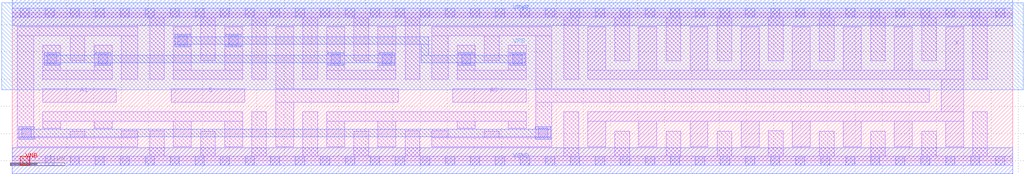
<source format=lef>
# Copyright 2020 The SkyWater PDK Authors
#
# Licensed under the Apache License, Version 2.0 (the "License");
# you may not use this file except in compliance with the License.
# You may obtain a copy of the License at
#
#     https://www.apache.org/licenses/LICENSE-2.0
#
# Unless required by applicable law or agreed to in writing, software
# distributed under the License is distributed on an "AS IS" BASIS,
# WITHOUT WARRANTIES OR CONDITIONS OF ANY KIND, either express or implied.
# See the License for the specific language governing permissions and
# limitations under the License.
#
# SPDX-License-Identifier: Apache-2.0

VERSION 5.7 ;
  NOWIREEXTENSIONATPIN ON ;
  DIVIDERCHAR "/" ;
  BUSBITCHARS "[]" ;
PROPERTYDEFINITIONS
  MACRO maskLayoutSubType STRING ;
  MACRO prCellType STRING ;
  MACRO originalViewName STRING ;
END PROPERTYDEFINITIONS
MACRO sky130_fd_sc_hdll__mux2_16
  CLASS CORE ;
  FOREIGN sky130_fd_sc_hdll__mux2_16 ;
  ORIGIN  0.000000  0.000000 ;
  SIZE  18.40000 BY  2.720000 ;
  SYMMETRY X Y R90 ;
  SITE unithd ;
  PIN A0
    ANTENNAGATEAREA  1.110000 ;
    DIRECTION INPUT ;
    USE SIGNAL ;
    PORT
      LAYER li1 ;
        RECT 8.105000 1.075000 9.455000 1.325000 ;
    END
  END A0
  PIN A1
    ANTENNAGATEAREA  1.110000 ;
    DIRECTION INPUT ;
    USE SIGNAL ;
    PORT
      LAYER li1 ;
        RECT 0.565000 1.075000 1.915000 1.325000 ;
    END
  END A1
  PIN S
    ANTENNAGATEAREA  1.665000 ;
    DIRECTION INPUT ;
    USE SIGNAL ;
    PORT
      LAYER li1 ;
        RECT 2.925000 1.075000 4.275000 1.325000 ;
    END
  END S
  PIN X
    ANTENNADIFFAREA  3.724000 ;
    DIRECTION OUTPUT ;
    USE SIGNAL ;
    PORT
      LAYER li1 ;
        RECT 10.585000 0.255000 10.915000 0.725000 ;
        RECT 10.585000 0.725000 17.495000 0.905000 ;
        RECT 10.585000 1.495000 17.495000 1.665000 ;
        RECT 10.585000 1.665000 10.915000 2.465000 ;
        RECT 11.525000 0.255000 11.855000 0.725000 ;
        RECT 11.525000 1.665000 11.855000 2.465000 ;
        RECT 12.465000 0.255000 12.795000 0.725000 ;
        RECT 12.465000 1.665000 12.795000 2.465000 ;
        RECT 13.405000 0.255000 13.735000 0.725000 ;
        RECT 13.405000 1.665000 13.735000 2.465000 ;
        RECT 14.345000 0.255000 14.675000 0.725000 ;
        RECT 14.345000 1.665000 14.675000 2.465000 ;
        RECT 15.285000 0.255000 15.615000 0.725000 ;
        RECT 15.285000 1.665000 15.615000 2.465000 ;
        RECT 16.225000 0.255000 16.555000 0.725000 ;
        RECT 16.225000 1.665000 16.555000 2.465000 ;
        RECT 17.085000 0.905000 17.495000 1.495000 ;
        RECT 17.165000 0.255000 17.495000 0.725000 ;
        RECT 17.165000 1.665000 17.495000 2.465000 ;
    END
  END X
  PIN VGND
    DIRECTION INOUT ;
    USE GROUND ;
    PORT
      LAYER met1 ;
        RECT 0.000000 -0.240000 18.400000 0.240000 ;
    END
  END VGND
  PIN VNB
    DIRECTION INOUT ;
    USE GROUND ;
    PORT
      LAYER pwell ;
        RECT 0.150000 -0.085000 0.320000 0.085000 ;
    END
  END VNB
  PIN VPB
    DIRECTION INOUT ;
    USE POWER ;
    PORT
      LAYER nwell ;
        RECT -0.190000 1.305000 18.590000 2.910000 ;
    END
  END VPB
  PIN VPWR
    DIRECTION INOUT ;
    USE POWER ;
    PORT
      LAYER met1 ;
        RECT 0.000000 2.480000 18.400000 2.960000 ;
    END
  END VPWR
  OBS
    LAYER li1 ;
      RECT  0.000000 -0.085000 18.400000 0.085000 ;
      RECT  0.000000  2.635000 18.400000 2.805000 ;
      RECT  0.095000  0.255000  2.305000 0.425000 ;
      RECT  0.095000  0.425000  0.395000 2.295000 ;
      RECT  0.095000  2.295000  2.305000 2.465000 ;
      RECT  0.565000  0.595000  0.895000 0.725000 ;
      RECT  0.565000  0.725000  4.235000 0.905000 ;
      RECT  0.565000  1.495000  1.835000 1.665000 ;
      RECT  0.565000  1.665000  0.895000 2.125000 ;
      RECT  1.065000  0.425000  1.335000 0.545000 ;
      RECT  1.065000  1.835000  1.335000 2.295000 ;
      RECT  1.505000  0.595000  1.835000 0.725000 ;
      RECT  1.505000  1.665000  1.835000 2.125000 ;
      RECT  2.005000  0.425000  2.305000 0.550000 ;
      RECT  2.005000  1.495000  2.305000 2.295000 ;
      RECT  2.525000  0.085000  2.795000 0.550000 ;
      RECT  2.525000  1.495000  2.795000 2.635000 ;
      RECT  2.965000  0.255000  3.295000 0.725000 ;
      RECT  2.965000  1.495000  4.235000 1.665000 ;
      RECT  2.965000  1.665000  3.295000 2.465000 ;
      RECT  3.465000  0.085000  3.735000 0.545000 ;
      RECT  3.465000  1.835000  3.735000 2.635000 ;
      RECT  3.905000  0.255000  4.235000 0.725000 ;
      RECT  3.905000  1.665000  4.235000 2.465000 ;
      RECT  4.405000  0.085000  4.675000 0.905000 ;
      RECT  4.405000  1.495000  4.675000 2.635000 ;
      RECT  4.845000  0.255000  5.175000 1.075000 ;
      RECT  4.845000  1.075000  7.095000 1.325000 ;
      RECT  4.845000  1.325000  5.175000 2.465000 ;
      RECT  5.345000  0.085000  5.615000 0.905000 ;
      RECT  5.345000  1.495000  5.615000 2.635000 ;
      RECT  5.785000  0.255000  6.115000 0.725000 ;
      RECT  5.785000  0.725000  9.455000 0.905000 ;
      RECT  5.785000  1.495000  7.055000 1.665000 ;
      RECT  5.785000  1.665000  6.115000 2.465000 ;
      RECT  6.285000  0.085000  6.555000 0.545000 ;
      RECT  6.285000  1.835000  6.555000 2.635000 ;
      RECT  6.725000  0.255000  7.055000 0.725000 ;
      RECT  6.725000  1.665000  7.055000 2.465000 ;
      RECT  7.225000  0.085000  7.495000 0.550000 ;
      RECT  7.225000  1.495000  7.495000 2.635000 ;
      RECT  7.715000  0.255000  9.925000 0.425000 ;
      RECT  7.715000  0.425000  8.015000 0.550000 ;
      RECT  7.715000  1.495000  8.015000 2.295000 ;
      RECT  7.715000  2.295000  9.925000 2.465000 ;
      RECT  8.185000  0.595000  8.515000 0.725000 ;
      RECT  8.185000  1.495000  9.455000 1.665000 ;
      RECT  8.185000  1.665000  8.515000 2.125000 ;
      RECT  8.685000  0.425000  8.955000 0.545000 ;
      RECT  8.685000  1.835000  8.955000 2.295000 ;
      RECT  9.125000  0.595000  9.455000 0.725000 ;
      RECT  9.125000  1.665000  9.455000 2.125000 ;
      RECT  9.625000  0.425000  9.925000 1.075000 ;
      RECT  9.625000  1.075000 16.865000 1.325000 ;
      RECT  9.625000  1.325000  9.925000 2.295000 ;
      RECT 10.145000  0.085000 10.415000 0.905000 ;
      RECT 10.145000  1.495000 10.415000 2.635000 ;
      RECT 11.085000  0.085000 11.355000 0.545000 ;
      RECT 11.085000  1.835000 11.355000 2.635000 ;
      RECT 12.025000  0.085000 12.295000 0.545000 ;
      RECT 12.025000  1.835000 12.295000 2.635000 ;
      RECT 12.965000  0.085000 13.235000 0.545000 ;
      RECT 12.965000  1.835000 13.235000 2.635000 ;
      RECT 13.905000  0.085000 14.175000 0.550000 ;
      RECT 13.905000  1.835000 14.175000 2.635000 ;
      RECT 14.845000  0.085000 15.115000 0.545000 ;
      RECT 14.845000  1.835000 15.115000 2.635000 ;
      RECT 15.785000  0.085000 16.055000 0.545000 ;
      RECT 15.785000  1.835000 16.055000 2.635000 ;
      RECT 16.725000  0.085000 16.995000 0.545000 ;
      RECT 16.725000  1.835000 16.995000 2.635000 ;
      RECT 17.665000  0.085000 17.935000 0.905000 ;
      RECT 17.665000  1.495000 17.935000 2.635000 ;
    LAYER mcon ;
      RECT  0.145000 -0.085000  0.315000 0.085000 ;
      RECT  0.145000  2.635000  0.315000 2.805000 ;
      RECT  0.175000  0.425000  0.345000 0.595000 ;
      RECT  0.605000 -0.085000  0.775000 0.085000 ;
      RECT  0.605000  2.635000  0.775000 2.805000 ;
      RECT  0.645000  1.785000  0.815000 1.955000 ;
      RECT  1.065000 -0.085000  1.235000 0.085000 ;
      RECT  1.065000  2.635000  1.235000 2.805000 ;
      RECT  1.525000 -0.085000  1.695000 0.085000 ;
      RECT  1.525000  2.635000  1.695000 2.805000 ;
      RECT  1.585000  1.785000  1.755000 1.955000 ;
      RECT  1.985000 -0.085000  2.155000 0.085000 ;
      RECT  1.985000  2.635000  2.155000 2.805000 ;
      RECT  2.445000 -0.085000  2.615000 0.085000 ;
      RECT  2.445000  2.635000  2.615000 2.805000 ;
      RECT  2.905000 -0.085000  3.075000 0.085000 ;
      RECT  2.905000  2.635000  3.075000 2.805000 ;
      RECT  3.045000  2.125000  3.215000 2.295000 ;
      RECT  3.365000 -0.085000  3.535000 0.085000 ;
      RECT  3.365000  2.635000  3.535000 2.805000 ;
      RECT  3.825000 -0.085000  3.995000 0.085000 ;
      RECT  3.825000  2.635000  3.995000 2.805000 ;
      RECT  3.985000  2.125000  4.155000 2.295000 ;
      RECT  4.285000 -0.085000  4.455000 0.085000 ;
      RECT  4.285000  2.635000  4.455000 2.805000 ;
      RECT  4.745000 -0.085000  4.915000 0.085000 ;
      RECT  4.745000  2.635000  4.915000 2.805000 ;
      RECT  5.205000 -0.085000  5.375000 0.085000 ;
      RECT  5.205000  2.635000  5.375000 2.805000 ;
      RECT  5.665000 -0.085000  5.835000 0.085000 ;
      RECT  5.665000  2.635000  5.835000 2.805000 ;
      RECT  5.865000  1.785000  6.035000 1.955000 ;
      RECT  6.125000 -0.085000  6.295000 0.085000 ;
      RECT  6.125000  2.635000  6.295000 2.805000 ;
      RECT  6.585000 -0.085000  6.755000 0.085000 ;
      RECT  6.585000  2.635000  6.755000 2.805000 ;
      RECT  6.805000  1.785000  6.975000 1.955000 ;
      RECT  7.045000 -0.085000  7.215000 0.085000 ;
      RECT  7.045000  2.635000  7.215000 2.805000 ;
      RECT  7.505000 -0.085000  7.675000 0.085000 ;
      RECT  7.505000  2.635000  7.675000 2.805000 ;
      RECT  7.965000 -0.085000  8.135000 0.085000 ;
      RECT  7.965000  2.635000  8.135000 2.805000 ;
      RECT  8.265000  1.785000  8.435000 1.955000 ;
      RECT  8.425000 -0.085000  8.595000 0.085000 ;
      RECT  8.425000  2.635000  8.595000 2.805000 ;
      RECT  8.885000 -0.085000  9.055000 0.085000 ;
      RECT  8.885000  2.635000  9.055000 2.805000 ;
      RECT  9.205000  1.785000  9.375000 1.955000 ;
      RECT  9.345000 -0.085000  9.515000 0.085000 ;
      RECT  9.345000  2.635000  9.515000 2.805000 ;
      RECT  9.675000  0.425000  9.845000 0.595000 ;
      RECT  9.805000 -0.085000  9.975000 0.085000 ;
      RECT  9.805000  2.635000  9.975000 2.805000 ;
      RECT 10.265000 -0.085000 10.435000 0.085000 ;
      RECT 10.265000  2.635000 10.435000 2.805000 ;
      RECT 10.725000 -0.085000 10.895000 0.085000 ;
      RECT 10.725000  2.635000 10.895000 2.805000 ;
      RECT 11.185000 -0.085000 11.355000 0.085000 ;
      RECT 11.185000  2.635000 11.355000 2.805000 ;
      RECT 11.645000 -0.085000 11.815000 0.085000 ;
      RECT 11.645000  2.635000 11.815000 2.805000 ;
      RECT 12.105000 -0.085000 12.275000 0.085000 ;
      RECT 12.105000  2.635000 12.275000 2.805000 ;
      RECT 12.565000 -0.085000 12.735000 0.085000 ;
      RECT 12.565000  2.635000 12.735000 2.805000 ;
      RECT 13.025000 -0.085000 13.195000 0.085000 ;
      RECT 13.025000  2.635000 13.195000 2.805000 ;
      RECT 13.485000 -0.085000 13.655000 0.085000 ;
      RECT 13.485000  2.635000 13.655000 2.805000 ;
      RECT 13.945000 -0.085000 14.115000 0.085000 ;
      RECT 13.945000  2.635000 14.115000 2.805000 ;
      RECT 14.405000 -0.085000 14.575000 0.085000 ;
      RECT 14.405000  2.635000 14.575000 2.805000 ;
      RECT 14.865000 -0.085000 15.035000 0.085000 ;
      RECT 14.865000  2.635000 15.035000 2.805000 ;
      RECT 15.325000 -0.085000 15.495000 0.085000 ;
      RECT 15.325000  2.635000 15.495000 2.805000 ;
      RECT 15.785000 -0.085000 15.955000 0.085000 ;
      RECT 15.785000  2.635000 15.955000 2.805000 ;
      RECT 16.245000 -0.085000 16.415000 0.085000 ;
      RECT 16.245000  2.635000 16.415000 2.805000 ;
      RECT 16.705000 -0.085000 16.875000 0.085000 ;
      RECT 16.705000  2.635000 16.875000 2.805000 ;
      RECT 17.165000 -0.085000 17.335000 0.085000 ;
      RECT 17.165000  2.635000 17.335000 2.805000 ;
      RECT 17.625000 -0.085000 17.795000 0.085000 ;
      RECT 17.625000  2.635000 17.795000 2.805000 ;
      RECT 18.085000 -0.085000 18.255000 0.085000 ;
      RECT 18.085000  2.635000 18.255000 2.805000 ;
    LAYER met1 ;
      RECT 0.115000 0.395000 0.405000 0.440000 ;
      RECT 0.115000 0.440000 9.905000 0.580000 ;
      RECT 0.115000 0.580000 0.405000 0.625000 ;
      RECT 0.585000 1.755000 0.875000 1.800000 ;
      RECT 0.585000 1.800000 7.035000 1.940000 ;
      RECT 0.585000 1.940000 0.875000 1.985000 ;
      RECT 1.525000 1.755000 1.815000 1.800000 ;
      RECT 1.525000 1.940000 1.815000 1.985000 ;
      RECT 2.985000 2.095000 3.275000 2.140000 ;
      RECT 2.985000 2.140000 7.660000 2.280000 ;
      RECT 2.985000 2.280000 3.275000 2.325000 ;
      RECT 3.925000 2.095000 4.215000 2.140000 ;
      RECT 3.925000 2.280000 4.215000 2.325000 ;
      RECT 5.805000 1.755000 6.095000 1.800000 ;
      RECT 5.805000 1.940000 6.095000 1.985000 ;
      RECT 6.745000 1.755000 7.035000 1.800000 ;
      RECT 6.745000 1.940000 7.035000 1.985000 ;
      RECT 7.520000 1.800000 9.435000 1.940000 ;
      RECT 7.520000 1.940000 7.660000 2.140000 ;
      RECT 8.205000 1.755000 8.495000 1.800000 ;
      RECT 8.205000 1.940000 8.495000 1.985000 ;
      RECT 9.145000 1.755000 9.435000 1.800000 ;
      RECT 9.145000 1.940000 9.435000 1.985000 ;
      RECT 9.615000 0.395000 9.905000 0.440000 ;
      RECT 9.615000 0.580000 9.905000 0.625000 ;
  END
  PROPERTY maskLayoutSubType "abstract" ;
  PROPERTY prCellType "standard" ;
  PROPERTY originalViewName "layout" ;
END sky130_fd_sc_hdll__mux2_16
END LIBRARY

</source>
